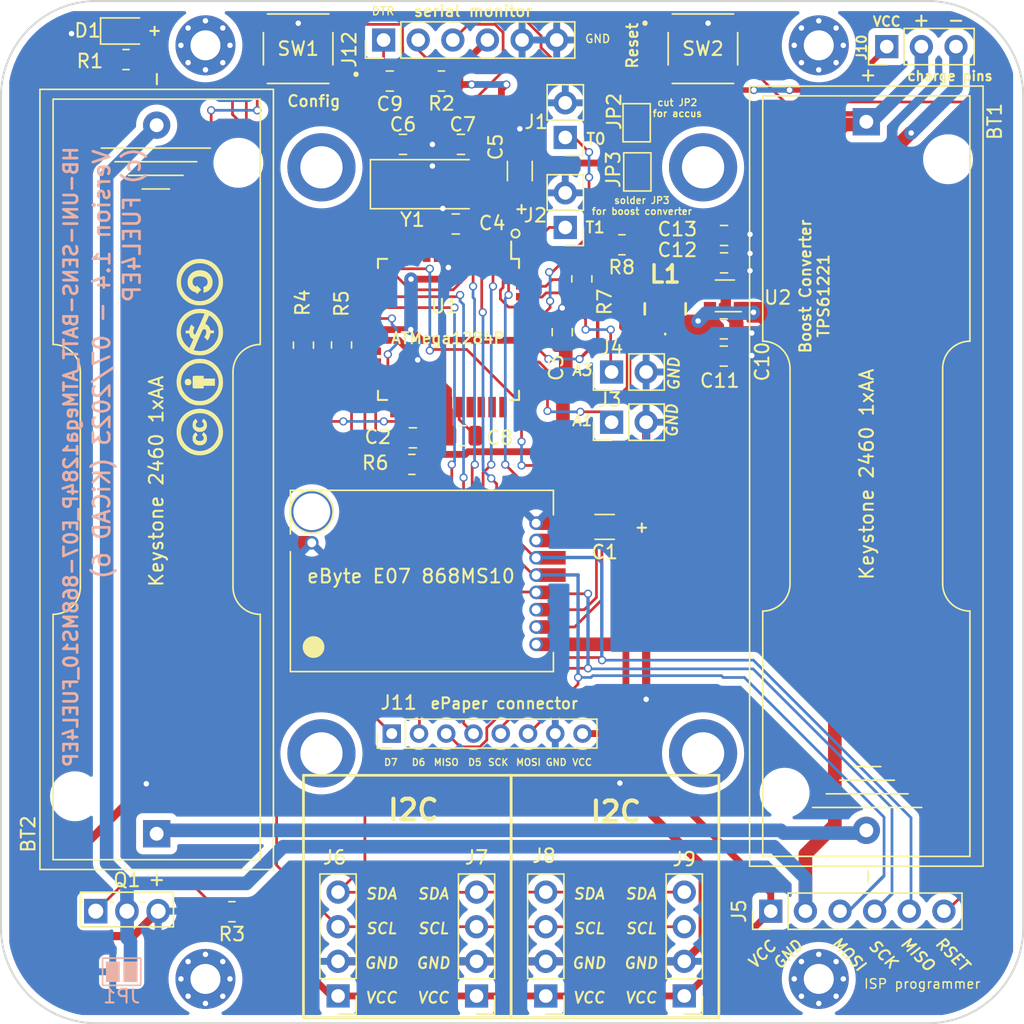
<source format=kicad_pcb>
(kicad_pcb (version 20211014) (generator pcbnew)
  (title_block (title "HB-UNI-SEN-BATT_ATMega1284P_E07-868MS10_FUEL4EP") (date "2023-08-15") (rev "1.4") (company "FUEL4EP"))
  (layers (0 "F.Cu" signal) (31 "B.Cu" signal) (34 "B.Paste" user) (35 "F.Paste" user) (36 "B.SilkS" user "B.Silkscreen") (37 "F.SilkS" user "F.Silkscreen") (38 "B.Mask" user) (39 "F.Mask" user) (44 "Edge.Cuts" user))
  (net 0 "")
  (net 1 "GND")
  (net 2 "Net-(D1-Pad2)")
  (net 3 "/SS")
  (net 4 "/D2")
  (net 5 "/SCL")
  (net 6 "/SDA")
  (net 7 "/A0")
  (net 8 "/A1")
  (net 9 "/A2")
  (net 10 "/A3")
  (net 11 "/MOSI")
  (net 12 "/SCK")
  (net 13 "/MISO")
  (net 14 "Net-(Q1-Pad1)")
  (net 15 "VCC")
  (net 17 "/minusBAT")
  (net 18 "/plusBAT")
  (net 20 "/D5")
  (net 21 "/D6")
  (net 22 "/D7")
  (net 23 "/CONFIG")
  (net 24 "Net-(C6-Pad1)")
  (net 25 "Net-(C7-Pad1)")
  (net 26 "Net-(C8-Pad1)")
  (net 27 "/DTR")
  (net 28 "/RSETB")
  (net 29 "/RXD0")
  (net 30 "/TXD0")
  (net 31 "Net-(R1-Pad1)")
  (net 44 "Net-(L1-Pad2)")
  (net 45 "/Vout")
  (net 46 "/VAVCC")
  (net 47 "/PB1_T1")
  (net 48 "/PB0_T0")
  (net 49 "/conBAT")
  (footprint "LED_SMD:LED_0805_2012Metric_Pad1.15x1.40mm_HandSolder" (layer "F.Cu") (at 9.1635 -72.7995)
    (fp_text reference "D1")
    (fp_text value "LED red 3mm")
  )
  (footprint "Connector_PinHeader_2.54mm:PinHeader_1x04_P2.54mm_Vertical" (layer "F.Cu") (at 34.89 -1.997 180)
    (fp_text reference "J7")
    (fp_text value "Conn_01x04")
  )
  (footprint "Connector_PinHeader_2.54mm:PinHeader_1x02_P2.54mm_Vertical" (layer "F.Cu") (at 44.796 -44.0975 90)
    (fp_text reference "J3")
    (fp_text value "Conn_01x02")
  )
  (footprint "Connector_PinHeader_2.54mm:PinHeader_1x02_P2.54mm_Vertical" (layer "F.Cu") (at 44.796 -47.7805 90)
    (fp_text reference "J4")
    (fp_text value "Conn_01x02")
  )
  (footprint "Connector_PinHeader_2.54mm:PinHeader_1x06_P2.54mm_Vertical" (layer "F.Cu") (at 56.48 -8.22 90)
    (fp_text reference "J5")
    (fp_text value "ISP Programmer")
  )
  (footprint "Capacitor_SMD:C_1206_3216Metric_Pad1.33x1.80mm_HandSolder" (layer "F.Cu") (at 44.288 -36.414 180)
    (fp_text reference "C1")
    (fp_text value "10uF")
  )
  (footprint "Resistor_SMD:R_0805_2012Metric_Pad1.20x1.40mm_HandSolder" (layer "F.Cu") (at 22.19 -49.749 -90)
    (fp_text reference "R4")
    (fp_text value "10K")
  )
  (footprint "Resistor_SMD:R_0805_2012Metric_Pad1.20x1.40mm_HandSolder" (layer "F.Cu") (at 24.984 -49.765 -90)
    (fp_text reference "R5")
    (fp_text value "10K")
  )
  (footprint "Resistor_SMD:R_0805_2012Metric_Pad1.20x1.40mm_HandSolder" (layer "F.Cu") (at 9.1725 -70.704)
    (fp_text reference "R1")
    (fp_text value "470")
  )
  (footprint "Resistor_SMD:R_0805_2012Metric_Pad1.20x1.40mm_HandSolder" (layer "F.Cu") (at 16.9416 -8.1819 180)
    (fp_text reference "R3")
    (fp_text value "100K")
  )
  (footprint "Package_TO_SOT_THT:TO-251-3_Vertical" (layer "F.Cu") (at 6.95 -8.22)
    (fp_text reference "Q1")
    (fp_text value "IRLU024N")
  )
  (footprint "Connector_PinHeader_2.54mm:PinHeader_1x03_P2.54mm_Vertical" (layer "F.Cu") (at 64.989 -71.6565 90)
    (fp_text reference "J10")
    (fp_text value "charge")
  )
  (footprint "FUEL4EP:SolderJumper-2_P1.3mm_Open_Pad1.0x1.5mm" (layer "F.Cu") (at 8.85 -3.775 180)
    (fp_text reference "JP1")
    (fp_text value "NO")
  )
  (footprint "FUEL4EP:eByte_E07-868MS10" (layer "F.Cu") (at 40.53 -25.8 180)
    (fp_text reference "Module1" hide)
    (fp_text value "E07-868MS10")
  )
  (footprint "Jumper:SolderJumper-2_P1.3mm_Bridged_Pad1.0x1.5mm" (layer "F.Cu") (at 46.6375 -66.0685 -90)
    (fp_text reference "JP2")
    (fp_text value "cut for accus" hide)
  )
  (footprint "Connector_PinHeader_2.54mm:PinHeader_1x04_P2.54mm_Vertical" (layer "F.Cu") (at 39.97 -1.997 180)
    (fp_text reference "J8")
    (fp_text value "Conn_01x04")
  )
  (footprint "FUEL4EP:MountingHole_2.2mm_M2_Pad_Via" (layer "F.Cu") (at 60 -71.75)
    (fp_text reference "H2" hide)
    (fp_text value "MountingHole")
  )
  (footprint "FUEL4EP:MountingHole_2.2mm_M2_Pad_Via" (layer "F.Cu") (at 60 -3.25)
    (fp_text reference "H4" hide)
    (fp_text value "MountingHole")
  )
  (footprint "FUEL4EP:MountingHole_2.2mm_M2_Pad_Via" (layer "F.Cu") (at 15 -71.75)
    (fp_text reference "H1" hide)
    (fp_text value "MountingHole")
  )
  (footprint "FUEL4EP:MountingHole_2.2mm_M2_Pad_Via" (layer "F.Cu") (at 15 -3.25)
    (fp_text reference "H3" hide)
    (fp_text value "MountingHole")
  )
  (footprint "FUEL4EP:BatteryHolder_Keystone_2460_1xAA" (layer "F.Cu") (at 11.42 -13.9 90)
    (fp_text reference "BT2")
    (fp_text value "AA")
  )
  (footprint "Capacitor_SMD:C_0805_2012Metric" (layer "F.Cu") (at 30.2189 -42.95 180)
    (fp_text reference "C2")
    (fp_text value "100n")
  )
  (footprint "Capacitor_SMD:C_0805_2012Metric" (layer "F.Cu") (at 33.366 -58.639 180)
    (fp_text reference "C4")
    (fp_text value "100n")
  )
  (footprint "Capacitor_SMD:C_0805_2012Metric" (layer "F.Cu") (at 29.4925 -64.481)
    (fp_text reference "C6")
    (fp_text value "22p")
  )
  (footprint "Capacitor_SMD:C_0805_2012Metric" (layer "F.Cu") (at 33.8511 -43.1069 180)
    (fp_text reference "C8")
    (fp_text value "100n")
  )
  (footprint "Connector_PinHeader_2.54mm:PinHeader_1x06_P2.54mm_Vertical" (layer "F.Cu") (at 28.0701 -72.1391 90)
    (fp_text reference "J12")
    (fp_text value "FTDI Debuger")
  )
  (footprint "Resistor_SMD:R_0805_2012Metric_Pad1.20x1.40mm_HandSolder" (layer "F.Cu") (at 32.3152 -69.1292 180)
    (fp_text reference "R2")
    (fp_text value "10k")
  )
  (footprint "Resistor_SMD:R_0805_2012Metric_Pad1.20x1.40mm_HandSolder" (layer "F.Cu") (at 30.1435 -41 180)
    (fp_text reference "R6")
    (fp_text value "22")
  )
  (footprint "FUEL4EP:Crystal_SMD_5032-2Pin_5.0x3.2mm_HandSoldering" (layer "F.Cu") (at 31.6515 -61.56)
    (fp_text reference "Y1")
    (fp_text value "8MHz")
  )
  (footprint "Capacitor_SMD:C_1206_3216Metric_Pad1.33x1.80mm_HandSolder" (layer "F.Cu") (at 38.065 -62.5248 90)
    (fp_text reference "C5")
    (fp_text value "10u")
  )
  (footprint "FUEL4EP:SW_TS-1187A-B-A-B" (layer "F.Cu") (at 51.5 -71.5)
    (fp_text reference "SW2")
    (fp_text value "Reset button")
  )
  (footprint "FUEL4EP:SW_TS-1187A-B-A-B" (layer "F.Cu") (at 21.8 -71.5 180)
    (fp_text reference "SW1")
    (fp_text value "Config button")
  )
  (footprint "FUEL4EP:BatteryHolder_Keystone_2460_1xAA" (layer "F.Cu") (at 63.49 -66.14 -90)
    (fp_text reference "BT1")
    (fp_text value "AA")
  )
  (footprint "FUEL4EP:CC-BY-ND-SA" (layer "F.Cu") (at 14.57 -48.86 90)
    (fp_text reference "LOGO1" hide)
    (fp_text value "Logo_Open_Hardware_Small" hide)
  )
  (footprint "FUEL4EP:PinPads_1x08_P2.00mm_Vertical" (layer "F.Cu") (at 28.667 -21.25 90)
    (fp_text reference "J11")
    (fp_text value "ePaper connector")
  )
  (footprint "Capacitor_SMD:C_0805_2012Metric" (layer "F.Cu") (at 53.03068 -48.94636)
    (fp_text reference "C11")
    (fp_text value "10u")
  )
  (footprint "Capacitor_SMD:C_0805_2012Metric" (layer "F.Cu") (at 53.051 -55.78912)
    (fp_text reference "C12")
    (fp_text value "10u")
  )
  (footprint "Capacitor_SMD:C_0805_2012Metric" (layer "F.Cu") (at 53.051 -57.79572)
    (fp_text reference "C13")
    (fp_text value "10u")
  )
  (footprint "Jumper:SolderJumper-2_P1.3mm_Open_Pad1.0x1.5mm" (layer "F.Cu") (at 46.6883 -62.4617 90)
    (fp_text reference "JP3")
    (fp_text value "step-up supply")
  )
  (footprint "FUEL4EP:FUEL4EP_Inductor_SMD_1" (layer "F.Cu") (at 48.733 -52.416 90)
    (fp_text reference "L1")
    (fp_text value "4.7u" hide)
  )
  (footprint "Package_TO_SOT_SMD:Texas_R-PDSO-G6" (layer "F.Cu") (at 53.1145 -53.3685 180)
    (fp_text reference "U2")
    (fp_text value "TPS61221DCK")
  )
  (footprint "Resistor_SMD:R_0805_2012Metric_Pad1.20x1.40mm_HandSolder" (layer "F.Cu") (at 45.558 -57.115 180)
    (fp_text reference "R8")
    (fp_text value "47k")
  )
  (footprint "Resistor_SMD:R_0805_2012Metric_Pad1.20x1.40mm_HandSolder" (layer "F.Cu") (at 42.61668 -54.61564 90)
    (fp_text reference "R7")
    (fp_text value "100k")
  )
  (footprint "Connector_PinHeader_2.54mm:PinHeader_1x02_P2.54mm_Vertical" (layer "F.Cu") (at 41.4 -64.989 180)
    (fp_text reference "J1")
    (fp_text value "Conn_01x02")
  )
  (footprint "Connector_PinHeader_2.54mm:PinHeader_1x04_P2.54mm_Vertical" (layer "F.Cu") (at 24.73 -2 180)
    (fp_text reference "J6")
    (fp_text value "Conn_01x04")
  )
  (footprint "Capacitor_SMD:C_0805_2012Metric" (layer "F.Cu") (at 53.03068 -50.9428)
    (fp_text reference "C10")
    (fp_text value "10u")
  )
  (footprint "Capacitor_SMD:C_0805_2012Metric" (layer "F.Cu") (at 28.5248 -69.1292 180)
    (fp_text reference "C9")
    (fp_text value "100n")
  )
  (footprint "Capacitor_SMD:C_0805_2012Metric" (layer "F.Cu") (at 33.747 -64.481 180)
    (fp_text reference "C7")
    (fp_text value "22p")
  )
  (footprint "Package_QFP:TQFP-44_10x10mm_P0.8mm" (layer "F.Cu") (at 32.8326 -50.9047 -90)
    (fp_text reference "U1")
    (fp_text value "ATmega1284P-AU")
  )
  (footprint "Capacitor_SMD:C_0805_2012Metric" (layer "F.Cu") (at 41.1765 -50.7015 90)
    (fp_text reference "C3")
    (fp_text value "100n")
  )
  (footprint "Connector_PinHeader_2.54mm:PinHeader_1x02_P2.54mm_Vertical" (layer "F.Cu") (at 41.4 -58.385 180)
    (fp_text reference "J2")
    (fp_text value "Conn_01x02")
  )
  (footprint "Connector_PinHeader_2.54mm:PinHeader_1x04_P2.54mm_Vertical" (layer "F.Cu") (at 50.13 -2 180)
    (fp_text reference "J9")
    (fp_text value "Conn_01x04")
  )
  (footprint "FUEL4EP:ePaper_MountingHole_M5" (layer "F.Cu") (at 23.5108 -62.8)
    (fp_text reference "H5" hide)
    (fp_text value "MountingHole")
  )
  (footprint "FUEL4EP:ePaper_MountingHole_M5" (layer "F.Cu") (at 23.5108 -19.8)
    (fp_text reference "H6" hide)
    (fp_text value "MountingHole")
  )
  (footprint "FUEL4EP:ePaper_MountingHole_M5" (layer "F.Cu") (at 51.5108 -62.8)
    (fp_text reference "H7" hide)
    (fp_text value "MountingHole")
  )
  (footprint "FUEL4EP:ePaper_MountingHole_M5" (layer "F.Cu") (at 51.5108 -19.8)
    (fp_text reference "H8" hide)
    (fp_text value "MountingHole")
  )
  (gr_line (start 37.43 -0.4095) (end 37.43 -18.1895) (layer "F.SilkS") (width 0.2))
  (gr_line (start 22.19 -0.4095) (end 37.43 -0.4095) (layer "F.SilkS") (width 0.2))
  (gr_line (start 22.19 -18.1895) (end 22.19 -0.4095) (layer "F.SilkS") (width 0.2))
  (gr_line (start 37.43 -18.1895) (end 22.19 -18.1895) (layer "F.SilkS") (width 0.2))
  (gr_line (start 37.43 -0.4095) (end 52.67 -0.4095) (layer "F.SilkS") (width 0.2))
  (gr_circle (center 37.7475 -57.9405) (end 38.0475 -57.9405) (layer "F.SilkS") (width 0.14) (fill none))
  (gr_line (start 37.43 -18.1895) (end 37.43 -0.4095) (layer "F.SilkS") (width 0.2))
  (gr_line (start 52.67 -0.4095) (end 52.67 -18.1895) (layer "F.SilkS") (width 0.2))
  (gr_line (start 52.67 -18.1895) (end 37.43 -18.1895) (layer "F.SilkS") (width 0.2))
  (gr_arc (start 75 -7) (mid 72.949747 -2.050253) (end 68 0) (layer "Edge.Cuts") (width 0.15))
  (gr_line (start 7 0) (end 68 0) (layer "Edge.Cuts") (width 0.15))
  (gr_line (start 23.25 -75) (end 41.5 -75) (layer "Edge.Cuts") (width 0.15))
  (gr_line (start 41.5 -75) (end 68 -75) (layer "Edge.Cuts") (width 0.15))
  (gr_arc (start 68 -75) (mid 72.949747 -72.949747) (end 75 -68) (layer "Edge.Cuts") (width 0.15))
  (gr_arc (start 7 0) (mid 2.050253 -2.050253) (end 0 -7) (layer "Edge.Cuts") (width 0.15))
  (gr_line (start 7 -75) (end 23 -75) (layer "Edge.Cuts") (width 0.15))
  (gr_arc (start 0 -68) (mid 2.050253 -72.949747) (end 7 -75) (layer "Edge.Cuts") (width 0.15))
  (gr_line (start 0 -68) (end 0 -7) (layer "Edge.Cuts") (width 0.15))
  (gr_line (start 75 -7) (end 75 -68) (layer "Edge.Cuts") (width 0.15))
  (gr_line (start 23 -75) (end 23.25 -75) (layer "Edge.Cuts") (width 0.15))
  (gr_text "Version 1.4 - 07/2023 (KiCAD 6)\n" (at 7.3945 -64.227 90) (layer "B.SilkS") (effects (font (size 1.2 1.2) (thickness 0.2)) (justify left mirror)))
  (gr_text "HB-UNI-SENS-BATT_ATMega1284P_E07-868MS10_FUEL4EP\n\n" (at 5.934 -64.4175 90) (layer "B.SilkS") (effects (font (size 1 1) (thickness 0.2)) (justify left mirror)))
  (gr_text "(c) FUEL4EP\n" (at 9.617 -64.354 90) (layer "B.SilkS") (effects (font (size 1.2 1.2) (thickness 0.2)) (justify left mirror)))
  (gr_text "VCC" (at 31.715 -1.87) (layer "F.SilkS") (effects (font (size 0.8 0.8) (thickness 0.15) italic)))
  (gr_text "GND" (at 31.715 -4.41) (layer "F.SilkS") (effects (font (size 0.8 0.8) (thickness 0.15) italic)))
  (gr_text "SCL" (at 31.715 -6.95) (layer "F.SilkS") (effects (font (size 0.8 0.8) (thickness 0.15) italic)))
  (gr_text "SDA" (at 31.715 -9.49) (layer "F.SilkS") (effects (font (size 0.8 0.8) (thickness 0.15) italic)))
  (gr_text "SDA" (at 43.145 -9.49) (layer "F.SilkS") (effects (font (size 0.8 0.8) (thickness 0.15) italic)))
  (gr_text "SCL" (at 43.145 -6.95) (layer "F.SilkS") (effects (font (size 0.8 0.8) (thickness 0.15) italic)))
  (gr_text "GND" (at 43.145 -4.41) (layer "F.SilkS") (effects (font (size 0.8 0.8) (thickness 0.15) italic)))
  (gr_text "solder JP3\nfor boost converter" (at 47.0185 -59.9725) (layer "F.SilkS") (effects (font (size 0.5 0.5) (thickness 0.1))))
  (gr_text "GND" (at 57.75 -5.045 45) (layer "F.SilkS") (effects (font (size 0.8 0.8) (thickness 0.15) italic)))
  (gr_text "MOSI" (at 38.7 -19.142) (layer "F.SilkS") (effects (font (size 0.5 0.5) (thickness 0.1))))
  (gr_text "VCC" (at 43.145 -1.87) (layer "F.SilkS") (effects (font (size 0.8 0.8) (thickness 0.15) italic)))
  (gr_text "SCK" (at 64.735 -5.045 315) (layer "F.SilkS") (effects (font (size 0.8 0.8) (thickness 0.15) italic)))
  (gr_text "Config\n" (at 22.952 -67.656) (layer "F.SilkS") (effects (font (size 0.8128 0.8128) (thickness 0.1524))))
  (gr_text "MISO" (at 67.275 -5.045 315) (layer "F.SilkS") (effects (font (size 0.8 0.8) (thickness 0.15) italic)))
  (gr_text "D5" (at 34.763 -19.142) (layer "F.SilkS") (effects (font (size 0.5 0.5) (thickness 0.1))))
  (gr_text "TPS61221" (at 60.3535 -53.3685 90) (layer "F.SilkS") (effects (font (size 0.8128 0.8128) (thickness 0.1524))))
  (gr_text "SCL" (at 27.905 -6.95) (layer "F.SilkS") (effects (font (size 0.8 0.8) (thickness 0.15) italic)))
  (gr_text "ATMega1284P" (at 32.7945 -50.257) (layer "F.SilkS") (effects (font (size 0.8128 0.8128) (thickness 0.1524))))
  (gr_text "VCC" (at 55.845 -5.045 45) (layer "F.SilkS") (effects (font (size 0.8 0.8) (thickness 0.15) italic)))
  (gr_text "SCL" (at 46.955 -6.95) (layer "F.SilkS") (effects (font (size 0.8 0.8) (thickness 0.15) italic)))
  (gr_text "VCC" (at 27.905 -1.87) (layer "F.SilkS") (effects (font (size 0.8 0.8) (thickness 0.15) italic)))
  (gr_text "I2C" (at 30.2545 -15.6495) (layer "F.SilkS") (effects (font (size 1.5 1.5) (thickness 0.3))))
  (gr_text "D7" (at 28.6035 -19.142) (layer "F.SilkS") (effects (font (size 0.5 0.5) (thickness 0.1))))
  (gr_text "GND" (at 40.732 -19.142) (layer "F.SilkS") (effects (font (size 0.5 0.5) (thickness 0.1))))
  (gr_text "SCK" (at 36.4775 -19.142) (layer "F.SilkS") (effects (font (size 0.5 0.5) (thickness 0.1))))
  (gr_text "GND" (at 27.905 -4.41) (layer "F.SilkS") (effects (font (size 0.8 0.8) (thickness 0.15) italic)))
  (gr_text "VCC" (at 42.637 -19.142) (layer "F.SilkS") (effects (font (size 0.5 0.5) (thickness 0.1))))
  (gr_text "T1\n" (at 43.5895 -58.385) (layer "F.SilkS") (effects (font (size 0.8128 0.8128) (thickness 0.1524))))
  (gr_text "SDA" (at 46.955 -9.49) (layer "F.SilkS") (effects (font (size 0.8 0.8) (thickness 0.15) italic)))
  (gr_text "DTR" (at 28.032 -74.26) (layer "F.SilkS") (effects (font (size 0.6 0.6) (thickness 0.1))))
  (gr_text "GND" (at 46.955 -4.41) (layer "F.SilkS") (effects (font (size 0.8 0.8) (thickness 0.15) italic)))
  (gr_text "VCC" (at 46.955 -1.87) (layer "F.SilkS") (effects (font (size 0.8 0.8) (thickness 0.15) italic)))
  (gr_text "Reset" (at 46.32 -71.72 90) (layer "F.SilkS") (effects (font (size 0.8128 0.8128) (thickness 0.1524))))
  (gr_text "GND" (at 49.368 -47.6535 90) (layer "F.SilkS") (effects (font (size 0.8 0.8) (thickness 0.15) italic)))
  (gr_text "VCC" (at 64.989 -73.498) (layer "F.SilkS") (effects (font (size 0.7 0.7))))
  (gr_text "+" (at 47.0185 -36.414) (layer "F.SilkS") (effects (font (size 0.8128 0.8128) (thickness 0.1524))))
  (gr_text "MOSI" (at 62.195 -5.045 315) (layer "F.SilkS") (effects (font (size 0.8 0.8) (thickness 0.15) italic)))
  (gr_text "charge pins" (at 69.6245 -69.4975) (layer "F.SilkS") (effects (font (size 0.7 0.7))))
  (gr_text "ePaper connector" (at 36.922 -23.46) (layer "F.SilkS") (effects (font (size 0.8128 0.8128) (thickness 0.1524))))
  (gr_text "ISP programmer" (at 67.5925 -2.886) (layer "F.SilkS") (effects (font (size 0.7 0.7) (thickness 0.1))))
  (gr_text "MISO" (at 32.6675 -19.142) (layer "F.SilkS") (effects (font (size 0.5 0.5) (thickness 0.1))))
  (gr_text "RSET" (at 69.815 -5.045 315) (layer "F.SilkS") (effects (font (size 0.8 0.8) (thickness 0.15) italic)))
  (gr_text "D6" (at 30.6355 -19.142) (layer "F.SilkS") (effects (font (size 0.5 0.5) (thickness 0.1))))
  (gr_text "A3" (at 42.637 -47.9075) (layer "F.SilkS") (effects (font (size 0.8 0.8) (thickness 0.15) italic)))
  (gr_text "-\n" (at 70.069 -73.625) (layer "F.SilkS") (effects (font (size 1 1))))
  (gr_text "A1" (at 42.637 -44.2245) (layer "F.SilkS") (effects (font (size 0.8 0.8) (thickness 0.15) italic)))
  (gr_text "serial monitor" (at 34.636 -74.26) (layer "F.SilkS") (effects (font (size 0.8128 0.8128) (thickness 0.1524))))
  (gr_text "cut JP2\nfor accus" (at 49.622 -67.148) (layer "F.SilkS") (effects (font (size 0.5 0.5) (thickness 0.1))))
  (gr_text "GND" (at 43.78 -72.228) (layer "F.SilkS") (effects (font (size 0.6 0.6) (thickness 0.1))))
  (gr_text "SDA" (at 27.905 -9.49) (layer "F.SilkS") (effects (font (size 0.8 0.8) (thickness 0.15) italic)))
  (gr_text "+\n" (at 67.529 -73.625) (layer "F.SilkS") (effects (font (size 1 1))))
  (gr_text "+" (at 38.192 -59.782) (layer "F.SilkS") (effects (font (size 0.8128 0.8128) (thickness 0.1524))))
  (gr_text "I2C" (at 45.1135 -15.5225) (layer "F.SilkS") (effects (font (size 1.5 1.5) (thickness 0.3))))
  (gr_text "+" (at 11.268 -72.863) (layer "F.SilkS") (effects (font (size 0.8128 0.8128) (thickness 0.1524))))
  (gr_text "GND" (at 49.241 -44.2245 90) (layer "F.SilkS") (effects (font (size 0.8 0.8) (thickness 0.15) italic)))
  (gr_text "T0\n\n" (at 43.653 -64.227) (layer "F.SilkS") (effects (font (size 0.8128 0.8128) (thickness 0.1524))))
  (gr_text "Boost Converter" (at 59.02 -54.067 90) (layer "F.SilkS") (effects (font (size 0.8128 0.8128) (thickness 0.1524))))
  (segment (start 54.448 -50.638) (end 54.194 -50.892) (width 0.5) (layer "F.Cu") (net 1))
  (segment (start 8.1385 -72.7995) (end 5.3625 -72.7995) (width 0.5) (layer "F.Cu") (net 1))
  (segment (start 55.083 -50.638) (end 54.448 -50.638) (width 0.5) (layer "F.Cu") (net 1))
  (segment (start 18.7963 -73.375) (end 21.813 -73.375) (width 0.5) (layer "F.Cu") (net 1))
  (segment (start 30.56315 -48.67835) (end 30.572 -48.6695) (width 0.5) (layer "F.Cu") (net 1))
  (segment (start 32.8326 -46.4547) (end 30.56315 -48.72415) (width 0.5) (layer "F.Cu") (net 1))
  (segment (start 54.5 -73.375) (end 51.8786 -73.375) (width 0.5) (layer "F.Cu") (net 1))
  (segment (start 38.065 -64.0873) (end 38.065 -65.624) (width 0.5) (layer "F.Cu") (net 1))
  (segment (start 32.8326 -45.2047) (end 32.8326 -46.4547) (width 0.5) (layer "F.Cu") (net 1))
  (segment (start 24.73 -4.54) (end 34.887 -4.54) (width 0.6) (layer "F.Cu") (net 1))
  (segment (start 30.56315 -48.72415) (end 30.56315 -48.67835) (width 0.5) (layer "F.Cu") (net 1))
  (segment (start 40.5542 -50.9047) (end 41.1765 -51.527) (width 0.5) (layer "F.Cu") (net 1))
  (segment (start 51.48 -5.89) (end 51.48 -11.5436) (width 0.6) (layer "F.Cu") (net 1))
  (segment (start 54.001 -55.78912) (end 54.001 -54.26) (width 0.5) (layer "F.Cu") (net 1))
  (segment (start 54.956 -57.877) (end 53.94 -57.877) (width 0.5) (layer "F.Cu") (net 1))
  (segment (start 31.588 -64.481) (end 31.6515 -64.481) (width 0.5) (layer "F.Cu") (net 1))
  (segment (start 30.56315 -48.72415) (end 29.1826 -50.1047) (width 0.5) (layer "F.Cu") (net 1))
  (segment (start 32.8326 -56.6047) (end 32.8326 -58.2199) (width 0.5) (layer "F.Cu") (net 1))
  (segment (start 5.3625 -72.7995) (end 5.172 -72.609) (width 0.5) (layer "F.Cu") (net 1))
  (segment (start 54.001 -57.79572) (end 54.001 -55.784) (width 0.5) (layer "F.Cu") (net 1))
  (segment (start 29.1826 -50.1047) (end 27.1326 -50.1047) (width 0.5) (layer "F.Cu") (net 1))
  (segment (start 11.53 -8.22) (end 9.7012 -6.3912) (width 0.6) (layer "F.Cu") (net 1))
  (segment (start 54.23228 -54.02104) (end 53.58228 -54.02104) (width 0.2) (layer "F.Cu") (net 1))
  (segment (start 34.89 -4.537) (end 39.97 -4.537) (width 0.6) (layer "F.Cu") (net 1))
  (segment (start 54.956 -56.48) (end 54.321 -55.845) (width 0.5) (layer "F.Cu") (net 1))
  (segment (start 51.48 -11.5436) (end 45.4056 -17.618) (width 0.6) (layer "F.Cu") (net 1))
  (segment (start 53.58228 -54.02104) (end 52.924 -53.36276) (width 0.2) (layer "F.Cu") (net 1))
  (segment (start 31.6515 -64.481) (end 31.6515 -62.8935) (width 0.5) (layer "F.Cu") (net 1))
  (segment (start 31.588 -64.481) (end 32.7945 -64.481) (width 0.5) (layer "F.Cu") (net 1))
  (segment (start 38.5326 -50.9047) (end 40.5542 -50.9047) (width 0.5) (layer "F.Cu") (net 1))
  (segment (start 55.083 -48.987) (end 54.067 -48.987) (width 0.5) (layer "F.Cu") (net 1))
  (segment (start 4.5116 -6.3912) (end 4.5116 -11.4204) (width 0.6) (layer "F.Cu") (net 1))
  (segment (start 21.813 -73.375) (end 21.809 -73.371) (width 0.5) (layer "F.Cu") (net 1))
  (segment (start 32.8326 -56.6047) (end 32.8326 -55.457876) (width 0.5) (layer "F.Cu") (net 1))
  (segment (start 52.924 -52.035) (end 54.067 -50.892) (width 0.2) (layer "F.Cu") (net 1))
  (segment (start 4.5116 -11.4204) (end 10.6584 -17.5672) (width 0.6) (layer "F.Cu") (net 1))
  (segment (start 54.956 -55.21) (end 54.321 -55.845) (width 0.5) (layer "F.Cu") (net 1))
  (segment (start 40.345 -36.69) (end 42.7928 -36.69) (width 1) (layer "F.Cu") (net 1))
  (segment (start 51.8786 -73.375) (end 48.4322 -73.375) (width 0.5) (layer "F.Cu") (net 1))
  (segment (start 30.4425 -64.481) (end 31.588 -64.481) (width 0.5) (layer "F.Cu") (net 1))
  (segment (start 52.924 -53.36276) (end 52.924 -52.035) (width 0.2) (layer "F.Cu") (net 1))
  (segment (start 47.336 -44.0975) (end 47.336 -23.7648) (width 0.6) (layer "F.Cu") (net 1))
  (segment (start 41.1765 -51.6515) (end 41.1765 -52.4795) (width 0.5) (layer "F.Cu") (net 1))
  (segment (start 39.97 -4.537) (end 50.127 -4.537) (width 0.6) (layer "F.Cu") (net 1))
  (segment (start 50.127 -4.537) (end 50.13 -4.54) (width 0.6) (layer "F.Cu") (net 1))
  (segment (start 32.9011 -43.1069) (end 32.9011 -45.0069) (width 0.5) (layer "F.Cu") (net 1))
  (segment (start 32.416 -58.639) (end 32.416 -59.7795) (width 0.5) (layer "F.Cu") (net 1))
  (segment (start 50.13 -4.54) (end 51.48 -5.89) (width 0.6) (layer "F.Cu") (net 1))
  (segment (start 32.9011 -43.1069) (end 31.3594 -43.1069) (width 0.5) (layer "F.Cu") (net 1))
  (segment (start 21.813 -73.375) (end 24.853 -73.375) (width 0.5) (layer "F.Cu") (net 1))
  (segment (start 9.7012 -6.3912) (end 4.5116 -6.3912) (width 0.6) (layer "F.Cu") (net 1))
  (segment (start 54.2702 -50.8412) (end 54.33116 -50.78024) (width 0.4) (layer "F.Cu") (net 1))
  (segment (start 34.887 -4.54) (end 34.89 -4.537) (width 0.6) (layer "F.Cu") (net 1))
  (segment (start 32.8326 -55.457876) (end 32.822962 -55.448238) (width 0.5) (layer "F.Cu") (net 1))
  (segment (start 32.8326 -58.2199) (end 32.477 -58.5755) (width 0.5) (layer "F.Cu") (net 1))
  (via (at 54.956 -55.21) (size 1) (drill 0.4) (layers "F.Cu" "B.Cu") (net 1))
  (via (at 47.336 -23.7648) (size 0.8) (drill 0.4) (layers "F.Cu" "B.Cu") (net 1))
  (via (at 41.1765 -52.4795) (size 0.6) (drill 0.4) (layers "F.Cu" "B.Cu") (net 1))
  (via (at 30.572 -48.6695) (size 0.6) (drill 0.4) (layers "F.Cu" "B.Cu") (net 1))
  (via (at 32.822962 -55.448238) (size 0.6) (drill 0.4) (layers "F.Cu" "B.Cu") (net 1))
  (via (at 55.083 -48.987) (size 1) (drill 0.4) (layers "F.Cu" "B.Cu") (net 1))
  (via (at 55.083 -50.638) (size 1) (drill 0.4) (layers "F.Cu" "B.Cu") (net 1))
  (via (at 10.6584 -17.5672) (size 0.8) (drill 0.4) (layers "F.Cu" "B.Cu") (net 1))
  (via (at 45.4056 -17.618) (size 0.8) (drill 0.4) (layers "F.Cu" "B.Cu") (net 1))
  (via (at 31.6515 -62.8935) (size 0.6) (drill 0.4) (layers "F.Cu" "B.Cu") (net 1))
  (via (at 5.172 -72.609) (size 0.6) (drill 0.4) (layers "F.Cu" "B.Cu") (net 1))
  (via (at 54.956 -56.48) (size 1) (drill 0.4) (layers "F.Cu" "B.Cu") (net 1))
  (via (at 32.416 -59.7795) (size 0.6) (drill 0.4) (layers "F.Cu" "B.Cu") (net 1))
  (via (at 51.8786 -73.375) (size 0.6) (drill 0.4) (layers "F.Cu" "B.Cu") (net 1))
  (via (at 31.6515 -64.481) (size 0.6) (drill 0.4) (layers "F.Cu" "B.Cu") (net 1))
  (via (at 21.809 -73.371) (size 0.6) (drill 0.4) (layers "F.Cu" "B.Cu") (net 1))
  (via (at 38.065 -65.624) (size 0.6) (drill 0.4) (layers "F.Cu" "B.Cu") (net 1))
  (via (at 54.956 -57.877) (size 1) (drill 0.4) (layers "F.Cu" "B.Cu") (net 1))
  (segment (start 10.1885 -72.7995) (end 10.1885 -70.831) (width 0.2) (layer "F.Cu") (net 2))
  (segment (start 42.470334 -38.5095) (end 39.474506 -38.5095) (width 0.2) (layer "F.Cu") (net 3))
  (segment (start 39.474506 -38.5095) (end 36.998006 -40.986) (width 0.2) (layer "F.Cu") (net 3))
  (segment (start 37.2395 -54.5616) (end 37.2395 -53.432) (width 0.2) (layer "F.Cu") (net 3))
  (segment (start 42.788002 -30.34) (end 43.68801 -31.240008) (width 0.2) (layer "F.Cu") (net 3))
  (segment (start 38.5326 -54.9047) (end 37.5826 -54.9047) (width 0.2) (layer "F.Cu") (net 3))
  (segment (start 37.5826 -54.9047) (end 37.2395 -54.5616) (width 0.2) (layer "F.Cu") (net 3))
  (segment (start 39.26 -30.34) (end 42.788002 -30.34) (width 0.2) (layer "F.Cu") (net 3))
  (segment (start 43.68801 -37.291824) (end 42.470334 -38.5095) (width 0.2) (layer "F.Cu") (net 3))
  (segment (start 43.68801 -31.240008) (end 43.68801 -37.291824) (width 0.2) (layer "F.Cu") (net 3))
  (via (at 37.2395 -53.432) (size 0.6) (drill 0.4) (layers "F.Cu" "B.Cu") (net 3))
  (via (at 36.998006 -40.986) (size 0.6) (drill 0.4) (layers "F.Cu" "B.Cu") (net 3))
  (segment (start 36.998006 -53.190506) (end 37.2395 -53.432) (width 0.2) (layer "B.Cu") (net 3))
  (segment (start 36.998006 -40.986) (end 36.998006 -53.190506) (width 0.2) (layer "B.Cu") (net 3))
  (segment (start 38.192 -42.68189) (end 38.192 -45.410302) (width 0.2) (layer "F.Cu") (net 4))
  (segment (start 29.3176 -55.354698) (end 28.8575 -55.814798) (width 0.2) (layer "F.Cu") (net 4))
  (segment (start 44.08802 -37.457513) (end 40.623033 -40.9225) (width 0.2) (layer "F.Cu") (net 4))
  (segment (start 42.0837 -29.07) (end 44.08802 -31.074319) (width 0.2) (layer "F.Cu") (net 4))
  (segment (start 38.192 -45.410302) (end 34.170802 -49.4315) (width 0.2) (layer "F.Cu") (net 4))
  (segment (start 40.345 -29.07) (end 42.0837 -29.07) (width 0.2) (layer "F.Cu") (net 4))
  (segment (start 44.08802 -31.074319) (end 44.08802 -37.457513) (width 0.2) (layer "F.Cu") (net 4))
  (segment (start 28.8575 -55.814798) (end 28.8575 -56.607) (width 0.2) (layer "F.Cu") (net 4))
  (segment (start 31.461 -49.4315) (end 31.461 -49.3547) (width 0.2) (layer "F.Cu") (net 4))
  (segment (start 34.170802 -49.4315) (end 31.461 -49.4315) (width 0.2) (layer "F.Cu") (net 4))
  (segment (start 31.461 -55.354698) (end 29.3176 -55.354698) (width 0.2) (layer "F.Cu") (net 4))
  (segment (start 40.623033 -40.9225) (end 38.192 -40.9225) (width 0.2) (layer "F.Cu") (net 4))
  (via (at 31.461 -55.354698) (size 0.6) (drill 0.4) (layers "F.Cu" "B.Cu") (net 4))
  (via (at 38.192 -40.9225) (size 0.6) (drill 0.4) (layers "F.Cu" "B.Cu") (net 4))
  (via (at 31.461 -49.3547) (size 0.6) (drill 0.4) (layers "F.Cu" "B.Cu") (net 4))
  (via (at 38.192 -42.68189) (size 0.6) (drill 0.4) (layers "F.Cu" "B.Cu") (net 4))
  (segment (start 31.461 -49.3547) (end 31.461 -55.354698) (width 0.2) (layer "B.Cu") (net 4))
  (segment (start 38.192 -40.9225) (end 38.192 -42.68189) (width 0.2) (layer "B.Cu") (net 4))
  (segment (start 23.12201 -49.66501) (end 22.19 -48.733) (width 0.2) (layer "F.Cu") (net 5))
  (segment (start 22.063 -48.86) (end 25.717302 -45.205698) (width 0.2) (layer "F.Cu") (net 5))
  (segment (start 25.661824 -49.66501) (end 23.12201 -49.66501) (width 0.2) (layer "F.Cu") (net 5))
  (segment (start 20.2215 -11.5885) (end 24.73 -7.08) (width 0.2) (layer "F.Cu") (net 5))
  (segment (start 20.2215 -23.554702) (end 20.2215 -11.5885) (width 0.2) (layer "F.Cu") (net 5))
  (segment (start 24.73 -7.08) (end 34.887 -7.08) (width 0.2) (layer "F.Cu") (net 5))
  (segment (start 25.717302 -29.050504) (end 20.2215 -23.554702) (width 0.2) (layer "F.Cu") (net 5))
  (segment (start 27.1326 -49.3047) (end 26.022134 -49.3047) (width 0.2) (layer "F.Cu") (net 5))
  (segment (start 25.717302 -45.205698) (end 25.717302 -29.050504) (width 0.2) (layer "F.Cu") (net 5))
  (segment (start 26.022134 -49.3047) (end 25.661824 -49.66501) (width 0.2) (layer "F.Cu") (net 5))
  (segment (start 34.89 -7.077) (end 50.13 -7.077) (width 0.2) (layer "F.Cu") (net 5))
  (segment (start 27.1326 -48.5047) (end 25.2123 -48.5047) (width 0.2) (layer "F.Cu") (net 6))
  (segment (start 24.1077 -9.6043) (end 35.5123 -9.6043) (width 0.2) (layer "F.Cu") (net 6))
  (segment (start 40.097 -9.617) (end 50.003 -9.617) (width 0.2) (layer "F.Cu") (net 6))
  (segment (start 26.6985 -11.5885) (end 24.73 -9.62) (width 0.2) (layer "F.Cu") (net 6))
  (segment (start 24.984 -48.733) (end 24.984 -47.488298) (width 0.2) (layer "F.Cu") (net 6))
  (segment (start 34.89 -9.617) (end 40.097 -9.617) (width 0.2) (layer "F.Cu") (net 6))
  (segment (start 24.984 -47.488298) (end 26.6985 -45.773798) (width 0.2) (layer "F.Cu") (net 6))
  (segment (start 26.6985 -45.773798) (end 26.6985 -11.5885) (width 0.2) (layer "F.Cu") (net 6))
  (segment (start 43.78 -50.0665) (end 42.4465 -48.733) (width 0.25) (layer "F.Cu") (net 7))
  (segment (start 44.558 -55.55696) (end 42.61668 -53.61564) (width 0.25) (layer "F.Cu") (net 7))
  (segment (start 43.78 -52.45232) (end 43.78 -50.0665) (width 0.25) (layer "F.Cu") (net 7))
  (segment (start 42.61668 -53.61564) (end 43.78 -52.45232) (width 0.25) (layer "F.Cu") (net 7))
  (segment (start 44.558 -57.115) (end 44.558 -55.55696) (width 0.25) (layer "F.Cu") (net 7))
  (segment (start 39.5888 -49.3047) (end 38.5326 -49.3047) (width 0.2) (layer "F.Cu") (net 7))
  (segment (start 39.5888 -49.3047) (end 40.1605 -48.733) (width 0.2) (layer "F.Cu") (net 7))
  (via (at 42.4465 -48.733) (size 0.6) (drill 0.4) (layers "F.Cu" "B.Cu") (net 7))
  (via (at 40.1605 -48.733) (size 0.6) (drill 0.4) (layers "F.Cu" "B.Cu") (net 7))
  (segment (start 42.4465 -48.733) (end 40.1605 -48.733) (width 0.2) (layer "B.Cu") (net 7))
  (segment (start 44.034 -44.8595) (end 44.669 -44.2245) (width 0.2) (layer "F.Cu") (net 8))
  (segment (start 42.510004 -44.8595) (end 44.034 -44.8595) (width 0.2) (layer "F.Cu") (net 8))
  (segment (start 38.5326 -48.5047) (end 39.4826 -48.5047) (width 0.2) (layer "F.Cu") (net 8))
  (segment (start 40.097 -47.8903) (end 40.097 -44.922998) (width 0.2) (layer "F.Cu") (net 8))
  (segment (start 39.4826 -48.5047) (end 40.097 -47.8903) (width 0.2) (layer "F.Cu") (net 8))
  (via (at 42.510004 -44.8595) (size 0.6) (drill 0.4) (layers "F.Cu" "B.Cu") (net 8))
  (via (at 40.097 -44.922998) (size 0.6) (drill 0.4) (layers "F.Cu" "B.Cu") (net 8))
  (segment (start 42.510004 -44.8595) (end 40.160498 -44.8595) (width 0.2) (layer "B.Cu") (net 8))
  (segment (start 40.160498 -44.8595) (end 40.097 -44.922998) (width 0.2) (layer "B.Cu") (net 8))
  (segment (start 39.97 -54.067) (end 38.5095 -54.067) (width 0.2) (layer "F.Cu") (net 9))
  (segment (start 40.462 -54.559) (end 39.97 -54.067) (width 0.2) (layer "F.Cu") (net 9))
  (segment (start 41.732 -54.559) (end 42.8275 -55.6545) (width 0.2) (layer "F.Cu") (net 9))
  (segment (start 41.732 -54.559) (end 40.462 -54.559) (width 0.2) (layer "F.Cu") (net 9))
  (segment (start 42.891 -51.653002) (end 42.891 -50.892) (width 0.2) (layer "F.Cu") (net 10))
  (segment (start 40.956501 -53.587501) (end 42.891 -51.653002) (width 0.2) (layer "F.Cu") (net 10))
  (segment (start 39.691598 -53.2796) (end 39.999499 -53.587501) (width 0.2) (layer "F.Cu") (net 10))
  (segment (start 38.5476 -53.2796) (end 39.691598 -53.2796) (width 0.2) (layer "F.Cu") (net 10))
  (segment (start 44.7325 -50.892) (end 44.7325 -47.9075) (width 0.2) (layer "F.Cu") (net 10))
  (segment (start 39.999499 -53.587501) (end 40.956501 -53.587501) (width 0.2) (layer "F.Cu") (net 10))
  (via (at 44.7325 -50.892) (size 0.6) (drill 0.4) (layers "F.Cu" "B.Cu") (net 10))
  (via (at 42.891 -50.892) (size 0.6) (drill 0.4) (layers "F.Cu" "B.Cu") (net 10))
  (segment (start 44.7325 -50.892) (end 42.891 -50.892) (width 0.2) (layer "B.Cu") (net 10))
  (segment (start 42.34 -24.8775) (end 38.6365 -21.174) (width 0.2) (layer "F.Cu") (net 11))
  (segment (start 36.8326 -55.593298) (end 36.0965 -54.857198) (width 0.2) (layer "F.Cu") (net 11))
  (segment (start 35.369499 -36.570501) (end 35.369499 -40.385999) (width 0.2) (layer "F.Cu") (net 11))
  (segment (start 42.34 -25.37) (end 42.34 -24.8775) (width 0.2) (layer "F.Cu") (net 11))
  (segment (start 39.06 -32.88) (end 35.369499 -36.570501) (width 0.2) (layer "F.Cu") (net 11))
  (segment (start 40.345 -32.88) (end 39.06 -32.88) (width 0.2) (layer "F.Cu") (net 11))
  (segment (start 36.8326 -56.6047) (end 36.8326 -55.593298) (width 0.2) (layer "F.Cu") (net 11))
  (segment (start 36.0965 -54.857198) (end 36.0965 -54.067) (width 0.2) (layer "F.Cu") (net 11))
  (segment (start 35.369499 -40.385999) (end 35.9695 -40.986) (width 0.2) (layer "F.Cu") (net 11))
  (via (at 42.34 -25.37) (size 0.6) (drill 0.4) (layers "F.Cu" "B.Cu") (net 11))
  (via (at 35.9695 -40.986) (size 0.6) (drill 0.4) (layers "F.Cu" "B.Cu") (net 11))
  (via (at 36.0965 -54.067) (size 0.6) (drill 0.4) (layers "F.Cu" "B.Cu") (net 11))
  (segment (start 64.790001 -10.815001) (end 64.790001 -15.116053) (width 0.2) (layer "B.Cu") (net 11))
  (segment (start 52.989802 -25.365) (end 52.854801 -25.500001) (width 0.2) (layer "B.Cu") (net 11))
  (segment (start 52.854801 -25.500001) (end 43.418003 -25.500001) (width 0.2) (layer "B.Cu") (net 11))
  (segment (start 62.195 -8.22) (end 64.608 -10.633) (width 0.25) (layer "B.Cu") (net 11))
  (segment (start 42.34 -25.37) (end 42.34 -32.89) (width 0.25) (layer "B.Cu") (net 11))
  (segment (start 43.418003 -25.500001) (end 43.288002 -25.37) (width 0.2) (layer "B.Cu") (net 11))
  (segment (start 35.9695 -53.94) (end 36.0965 -54.067) (width 0.2) (layer "B.Cu") (net 11))
  (segment (start 43.288002 -25.37) (end 42.34 -25.37) (width 0.2) (layer "B.Cu") (net 11))
  (segment (start 64.608 -10.633) (end 64.735 -10.76) (width 0.25) (layer "B.Cu") (net 11))
  (segment (start 54.541054 -25.365) (end 52.989802 -25.365) (width 0.2) (layer "B.Cu") (net 11))
  (segment (start 64.608 -10.633) (end 64.790001 -10.815001) (width 0.2) (layer "B.Cu") (net 11))
  (segment (start 42.34 -32.89) (end 39.22 -32.89) (width 0.25) (layer "B.Cu") (net 11))
  (segment (start 35.9695 -40.986) (end 35.9695 -53.94) (width 0.2) (layer "B.Cu") (net 11))
  (segment (start 64.790001 -15.116053) (end 54.541054 -25.365) (width 0.2) (layer "B.Cu") (net 11))
  (segment (start 43.07 -26.04) (end 41.026 -26.04) (width 0.2) (layer "F.Cu") (net 12))
  (segment (start 35.144 -55.751098) (end 35.144 -56.353) (width 0.2) (layer "F.Cu") (net 12))
  (segment (start 41.026 -26.04) (end 36.668 -21.682) (width 0.2) (layer "F.Cu") (net 12))
  (segment (start 34.5725 -31.9055) (end 34.5725 -40.986) (width 0.2) (layer "F.Cu") (net 12))
  (segment (start 39.2588 -31.6388) (end 34.8392 -31.6388) (width 0.2) (layer "F.Cu") (net 12))
  (segment (start 34.636 -55.243098) (end 34.636 -54.067) (width 0.2) (layer "F.Cu") (net 12))
  (segment (start 34.636 -55.243098) (end 35.144 -55.751098) (width 0.2) (layer "F.Cu") (net 12))
  (segment (start 43.07 -31.51) (end 40.302 -31.51) (width 0.2) (layer "F.Cu") (net 12))
  (segment (start 34.8392 -31.6388) (end 34.5725 -31.9055) (width 0.2) (layer "F.Cu") (net 12))
  (via (at 43.07 -26.04) (size 0.6) (drill 0.4) (layers "F.Cu" "B.Cu") (net 12))
  (via (at 34.763 -40.986) (size 0.6) (drill 0.4) (layers "F.Cu" "B.Cu") (net 12))
  (via (at 34.636 -54.067) (size 0.6) (drill 0.4) (layers "F.Cu" "B.Cu") (net 12))
  (via (at 43.07 -31.51) (size 0.6) (drill 0.4) (layers "F.Cu" "B.Cu") (net 12))
  (segment (start 34.636 -54.067) (end 34.636 -53.2415) (width 0.2) (layer "B.Cu") (net 12))
  (segment (start 55.176054 -26) (end 43.11 -26) (width 0.2) (layer "B.Cu") (net 12))
  (segment (start 34.745499 -41.003501) (end 34.763 -40.986) (width 0.2) (layer "B.Cu") (net 12))
  (segment (start 43.07 -31.51) (end 43.07 -26.04) (width 0.25) (layer "B.Cu") (net 12))
  (segment (start 34.745499 -53.132001) (end 34.745499 -41.003501) (width 0.2) (layer "B.Cu") (net 12))
  (segment (start 65.37 -9.49) (end 64.1 -8.22) (width 0.25) (layer "B.Cu") (net 12))
  (segment (start 65.37 -15.806054) (end 55.176054 -26) (width 0.2) (layer "B.Cu") (net 12))
  (segment (start 34.636 -53.2415) (end 34.745499 -53.132001) (width 0.2) (layer "B.Cu") (net 12))
  (segment (start 43.11 -26) (end 43.07 -26.04) (width 0.2) (layer "B.Cu") (net 12))
  (segment (start 65.37 -9.49) (end 65.37 -15.806054) (width 0.2) (layer "B.Cu") (net 12))
  (segment (start 35.271 -52.162) (end 35.345499 -52.162) (width 0.2) (layer "F.Cu") (net 13))
  (segment (start 35.642001 -21.668003) (end 35.642001 -20.781999) (width 0.2) (layer "F.Cu") (net 13))
  (segment (start 40.803998 -26.83) (end 35.642001 -21.668003) (width 0.2) (layer "F.Cu") (net 13))
  (segment (start 36.3632 -39.5763) (end 35.9695 -39.97) (width 0.2) (layer "F.Cu") (net 13))
  (segment (start 33.693501 -20.274999) (end 32.731 -21.2375) (width 0.2) (layer "F.Cu") (net 13))
  (segment (start 36.3632 -36.9728) (end 39.208 -34.128) (width 0.2) (layer "F.Cu") (net 13))
  (segment (start 44.08 -26.83) (end 40.803998 -26.83) (width 0.2) (layer "F.Cu") (net 13))
  (segment (start 36.3632 -36.9728) (end 36.3632 -39.5763) (width 0.2) (layer "F.Cu") (net 13))
  (segment (start 35.642001 -20.781999) (end 35.135001 -20.274999) (width 0.2) (layer "F.Cu") (net 13))
  (segment (start 35.135001 -20.274999) (end 33.693501 -20.274999) (width 0.2) (layer "F.Cu") (net 13))
  (segment (start 35.271 -55.078098) (end 35.271 -52.162) (width 0.2) (layer "F.Cu") (net 13))
  (segment (start 36.16 -55.967098) (end 35.271 -55.078098) (width 0.2) (layer "F.Cu") (net 13))
  (via (at 35.9695 -39.97) (size 0.6) (drill 0.4) (layers "F.Cu" "B.Cu") (net 13))
  (via (at 44.0975 -26.635) (size 0.6) (drill 0.4) (layers "F.Cu" "B.Cu") (net 13))
  (via (at 35.345499 -52.162) (size 0.6) (drill 0.4) (layers "F.Cu" "B.Cu") (net 13))
  (segment (start 35.363001 -41.274001) (end 35.369499 -41.267503) (width 0.2) (layer "B.Cu") (net 13))
  (segment (start 66.767 -15.078) (end 66.767 -8.347) (width 0.2) (layer "B.Cu") (net 13))
  (segment (start 43.7 -34.17) (end 39.28 -34.17) (width 0.25) (layer "B.Cu") (net 13))
  (segment (start 44.08 -26.83) (end 44.08 -33.79) (width 0.25) (layer "B.Cu") (net 13))
  (segment (start 35.363001 -52.144498) (end 35.363001 -41.274001) (width 0.2) (layer "B.Cu") (net 13))
  (segment (start 44.08 -33.79) (end 43.7 -34.17) (width 0.25) (layer "B.Cu") (net 13))
  (segment (start 35.345499 -52.162) (end 35.363001 -52.144498) (width 0.2) (layer "B.Cu") (net 13))
  (segment (start 35.369499 -41.267503) (end 35.369499 -40.570001) (width 0.2) (layer "B.Cu") (net 13))
  (segment (start 35.369499 -40.570001) (end 35.9695 -39.97) (width 0.2) (layer "B.Cu") (net 13))
  (segment (start 55.21 -26.635) (end 44.275 -26.635) (width 0.2) (layer "B.Cu") (net 13))
  (segment (start 55.21 -26.635) (end 66.767 -15.078) (width 0.2) (layer "B.Cu") (net 13))
  (segment (start 44.275 -26.635) (end 44.08 -26.83) (width 0.2) (layer "B.Cu") (net 13))
  (segment (start 14.0874 -10.125) (end 8.8677 -10.125) (width 0.2) (layer "F.Cu") (net 14))
  (segment (start 15.9416 -8.2708) (end 14.0874 -10.125) (width 0.2) (layer "F.Cu") (net 14))
  (segment (start 8.8677 -10.125) (end 6.8865 -8.1438) (width 0.2) (layer "F.Cu") (net 14))
  (segment (start 64.989 -71.593) (end 61.8648 -68.4688) (width 0.4) (layer "F.Cu") (net 15))
  (segment (start 45.8475 -27.8) (end 45.8505 -27.803) (width 0.5) (layer "F.Cu") (net 15))
  (segment (start 38.065 -60.9623) (end 38.065 -61.992602) (width 0.5) (layer "F.Cu") (net 15))
  (segment (start 34.261144 -41.93189) (end 40.97939 -41.93189) (width 0.5) (layer "F.Cu") (net 15))
  (segment (start 44.8872 -63.1117) (end 39.6421 -63.1117) (width 0.5) (layer "F.Cu") (net 15))
  (segment (start 40.8843 -50.1047) (end 41.1765 -49.8125) (width 0.5) (layer "F.Cu") (net 15))
  (segment (start 42.667 -21.25) (end 45.6975 -21.25) (width 0.5) (layer "F.Cu") (net 15))
  (segment (start 33.366 -69.815) (end 33.366 -69.18) (width 0.5) (layer "F.Cu") (net 15))
  (segment (start 33.110044 -54.593364) (end 33.023366 -54.593364) (width 0.4) (layer "F.Cu") (net 15))
  (segment (start 38.5326 -50.1047) (end 40.8843 -50.1047) (width 0.5) (layer "F.Cu") (net 15))
  (segment (start 41.228004 -46.130204) (end 45.565706 -46.130204) (width 0.4) (layer "F.Cu") (net 15))
  (segment (start 41.228004 -46.130204) (end 41.228004 -42.180504) (width 1) (layer "F.Cu") (net 15))
  (segment (start 30.064 -50.892) (end 27.0668 -50.892) (width 0.5) (layer "F.Cu") (net 15))
  (segment (start 24.222 -1.997) (end 17.999 -8.22) (width 0.5) (layer "F.Cu") (net 15))
  (segment (start 46.6883 -63.1117) (end 44.8872 -63.1117) (width 0.5) (layer "F.Cu") (net 15))
  (segment (start 45.487499 -67.538501) (end 45.487499 -65.898499) (width 0.4) (layer "F.Cu") (net 15))
  (segment (start 35.017 -1.997) (end 24.73 -1.997) (width 0.5) (layer "F.Cu") (net 15))
  (segment (start 45.8505 -20.183) (end 45.8505 -21.403) (width 0.5) (layer "F.Cu") (net 15))
  (segment (start 45.8505 -27.803) (end 45.8505 -21.403) (width 0.5) (layer "F.Cu") (net 15))
  (segment (start 41.228004 -46.839996) (end 41.228004 -46.130204) (width 1) (layer "F.Cu") (net 15))
  (segment (start 33.582601 -55.065921) (end 33.582601 -54.989721) (width 0.5) (layer "F.Cu") (net 15))
  (segment (start 33.6326 -56.6047) (end 33.6326 -55.817528) (width 0.5) (layer "F.Cu") (net 15))
  (segment (start 40.97939 -41.93189) (end 42.718239 -41.93189) (width 1) (layer "F.Cu") (net 15))
  (segment (start 45.8505 -36.414) (end 45.8505 -27.803) (width 1) (layer "F.Cu") (net 15))
  (segment (start 34.3185 -58.639) (end 35.779 -58.639) (width 1) (layer "F.Cu") (net 15))
  (segment (start 44.8872 -63.1117) (end 45.18401 -62.81489) (width 0.5) (layer "F.Cu") (net 15))
  (segment (start 34.065255 -41.736001) (end 34.261144 -41.93189) (width 0.5) (layer "F.Cu") (net 15))
  (segment (start 41.435486 -49.492514) (end 41.435486 -47.150486) (width 1) (layer "F.Cu") (net 15))
  (segment (start 41.228004 -42.180504) (end 40.97939 -41.93189) (width 0.5) (layer "F.Cu") (net 15))
  (segment (start 45.558 -60.9117) (end 45.18401 -61.28569) (width 0.4) (layer "F.Cu") (net 15))
  (segment (start 36.71499 -63.342612) (end 36.71499 -68.51579) (width 0.5) (layer "F.Cu") (net 15))
  (segment (start 33.186244 -54.593364) (end 33.110044 -54.593364) (width 0.5) (layer "F.Cu") (net 15))
  (segment (start 46.6375 -65.4185) (end 46.6375 -63.2237) (width 0.4) (layer "F.Cu") (net 15))
  (segment (start 31.1435 -41) (end 31.879501 -41.736001) (width 0.5) (layer "F.Cu") (net 15))
  (segment (start 33.6326 -55.817528) (end 33.582601 -55.767529) (width 0.5) (layer "F.Cu") (net 15))
  (segment (start 41.1765 -46.8915) (end 41.228004 -46.839996) (width 0.5) (layer "F.Cu") (net 15))
  (segment (start 41.435486 -47.150486) (end 41.1765 -46.8915) (width 1) (layer "F.Cu") (net 15))
  (segment (start 56.48 -8.22) (end 50.13 -1.87) (width 0.5) (layer "F.Cu") (net 15))
  (segment (start 45.18401 -61.28569) (end 45.18401 -62.91489) (width 0.4) (layer "F.Cu") (net 15))
  (segment (start 38.5326 -50.1047) (end 30.8513 -50.1047) (width 0.5) (layer "F.Cu") (net 15))
  (segment (start 38.065 -61.992602) (end 36.71499 -63.342612) (width 0.5) (layer "F.Cu") (net 15))
  (segment (start 55.2354 -68.4688) (end 46.417798 -68.4688) (width 0.4) (layer "F.Cu") (net 15))
  (segment (start 34.5344 -68.8752) (end 33.366 -68.8752) (width 0.5) (layer "F.Cu") (net 15))
  (segment (start 46.046001 -50.568449) (end 45.558 -51.05645) (width 0.4) (layer "F.Cu") (net 15))
  (segment (start 30.064 -50.892) (end 30.8513 -50.1047) (width 0.5) (layer "F.Cu") (net 15))
  (segment (start 45.6975 -21.25) (end 45.8505 -21.403) (width 0.5) (layer "F.Cu") (net 15))
  (segment (start 45.558 -51.05645) (end 45.558 -60.9117) (width 0.4) (layer "F.Cu") (net 15))
  (segment (start 22.19 -50.749) (end 24.968 -50.749) (width 0.5) (layer "F.Cu") (net 15))
  (segment (start 35.779 -58.639) (end 38.065 -60.925) (width 1) (layer "F.Cu") (net 15))
  (segment (start 45.487499 -65.898499) (end 46.041398 -65.3446) (width 0.4) (layer "F.Cu") (net 15))
  (segment (start 46.417798 -68.4688) (end 45.487499 -67.538501) (width 0.4) (layer "F.Cu") (net 15))
  (segment (start 50.003 -1.997) (end 35.017 -1.997) (width 0.5) (layer "F.Cu") (net 15))
  (segment (start 45.565706 -46.130204) (end 46.046001 -46.610499) (width 0.4) (layer "F.Cu") (net 15))
  (segment (start 33.582601 -54.989721) (end 33.186244 -54.593364) (width 0.5) (layer "F.Cu") (net 15))
  (segment (start 33.023366 -54.593364) (end 30.082364 -54.593364) (width 0.5) (layer "F.Cu") (net 15))
  (segment (start 35.6901 -72.1391) (end 33.366 -69.815) (width 0.5) (layer "F.Cu") (net 15))
  (segment (start 36.71499 -68.51579) (end 37.0744 -68.8752) (width 0.5) (layer "F.Cu") (net 15))
  (segment (start 40.345 -27.8) (end 45.8475 -27.8) (width 1) (layer "F.Cu") (net 15))
  (segment (start 31.879501 -41.736001) (end 34.065255 -41.736001) (width 0.5) (layer "F.Cu") (net 15))
  (segment (start 33.582601 -55.078599) (end 33.582601 -55.065921) (width 0.4) (layer "F.Cu") (net 15))
  (segment (start 33.6326 -57.9531) (end 34.3185 -58.639) (width 0.5) (layer "F.Cu") (net 15))
  (segment (start 61.8648 -68.4688) (end 57.8516 -68.4688) (width 0.4) (layer "F.Cu") (net 15))
  (segment (start 41.1765 -49.7515) (end 41.435486 -49.492514) (width 1) (layer "F.Cu") (net 15))
  (segment (start 42.718239 -41.93189) (end 45.8505 -38.799629) (width 1) (layer "F.Cu") (net 15))
  (segment (start 33.6326 -56.6047) (end 33.6326 -57.9531) (width 0.5) (layer "F.Cu") (net 15))
  (segment (start 56.48 -9.5535) (end 45.8505 -20.183) (width 0.5) (layer "F.Cu") (net 15))
  (segment (start 27.1326 -50.9047) (end 25.3777 -50.9047) (width 0.5) (layer "F.Cu") (net 15))
  (segment (start 56.48 -8.22) (end 56.48 -9.5535) (width 0.5) (layer "F.Cu") (net 15))
  (segment (start 45.8505 -38.799629) (end 45.8505 -36.414) (width 1) (layer "F.Cu") (net 15))
  (segment (start 39.6421 -63.1117) (end 38.192 -61.6616) (width 0.5) (layer "F.Cu") (net 15))
  (segment (start 33.582601 -55.767529) (end 33.582601 -55.078599) (width 0.5) (layer "F.Cu") (net 15))
  (segment (start 46.046001 -46.610499) (end 46.046001 -50.568449) (width 0.4) (layer "F.Cu") (net 15))
  (via (at 57.8516 -68.4688) (size 0.6) (drill 0.4) (layers "F.Cu" "B.Cu") (net 15))
  (via (at 30.064 -50.892) (size 0.6) (drill 0.4) (layers "F.Cu" "B.Cu") (net 15))
  (via (at 55.2354 -68.4688) (size 0.6) (drill 0.4) (layers "F.Cu" "B.Cu") (net 15))
  (via (at 30.082364 -54.593364) (size 0.6) (drill 0.4) (layers "F.Cu" "B.Cu") (net 15))
  (via (at 34.5344 -68.8752) (size 0.6) (drill 0.4) (layers "F.Cu" "B.Cu") (net 15))
  (via (at 37.0744 -68.8752) (size 0.6) (drill 0.4) (layers "F.Cu" "B.Cu") (net 15))
  (segment (start 37.0744 -68.8752) (end 34.5344 -68.8752) (width 0.5) (layer "B.Cu") (net 15))
  (segment (start 57.8516 -68.4688) (end 55.2354 -68.4688) (width 0.4) (layer "B.Cu") (net 15))
  (segment (start 30.082364 -54.593364) (end 30.082364 -50.973864) (width 1) (layer "B.Cu") (net 15))
  (segment (start 61.179 -14.554398) (end 61.179 -59.7693) (width 1) (layer "F.Cu") (net 17))
  (segment (start 61.179 -59.7693) (end 66.7289 -65.3192) (width 1) (layer "F.Cu") (net 17))
  (segment (start 66.7289 -65.3192) (end 66.7797 -65.3192) (width 1) (layer "F.Cu") (net 17))
  (segment (start 59.02 -8.22) (end 59.02 -12.395398) (width 1) (layer "F.Cu") (net 17))
  (segment (start 59.02 -12.395398) (end 61.179 -14.554398) (width 1) (layer "F.Cu") (net 17))
  (via (at 66.7797 -65.3192) (size 1) (drill 0.4) (layers "F.Cu" "B.Cu") (net 17))
  (segment (start 9.5 -6) (end 9.25 -6.25) (width 1) (layer "B.Cu") (net 17))
  (segment (start 18.007 -10.26) (end 20.69699 -12.94999) (width 1) (layer "B.Cu") (net 17))
  (segment (start 70.069 -71.6565) (end 70.069 -68.6085) (width 1) (layer "B.Cu") (net 17))
  (segment (start 7.75 -11.75) (end 7.75 -62.2203) (width 1) (layer "B.Cu") (net 17))
  (segment (start 9.25 -8.16665) (end 9.25 -6.25) (width 1) (layer "B.Cu") (net 17))
  (segment (start 7.8008 -62.2203) (end 11.4585 -65.878) (width 1) (layer "B.Cu") (net 17))
  (segment (start 59.02 -10.6457) (end 59.02 -8.1946) (width 1) (layer "B.Cu") (net 17))
  (segment (start 9.24 -8.22) (end 9.24 -10.26) (width 1) (layer "B.Cu") (net 17))
  (segment (start 56.71571 -12.94999) (end 59.02 -10.6457) (width 1) (layer "B.Cu") (net 17))
  (segment (start 7.75 -62.2203) (end 7.8008 -62.2203) (width 1) (layer "B.Cu") (net 17))
  (segment (start 9.5 -3.775) (end 9.5 -6) (width 1) (layer "B.Cu") (net 17))
  (segment (start 9.24 -10.26) (end 18.007 -10.26) (width 1) (layer "B.Cu") (net 17))
  (segment (start 20.69699 -12.94999) (end 56.71571 -12.94999) (width 1) (layer "B.Cu") (net 17))
  (segment (start 70.069 -68.6085) (end 66.7797 -65.3192) (width 1) (layer "B.Cu") (net 17))
  (segment (start 9.24 -10.26) (end 7.75 -11.75) (width 1) (layer "B.Cu") (net 17))
  (segment (start 63.49 -65.94) (end 61.89 -65.94) (width 1) (layer "F.Cu") (net 18))
  (segment (start 61.89 -65.94) (end 56.6832 -60.7332) (width 1) (layer "F.Cu") (net 18))
  (segment (start 46.533 -52.2538) (end 46.533 -57.09) (width 1) (layer "F.Cu") (net 18))
  (segment (start 55.791952 -47.52135) (end 53.33717 -47.52135) (width 1) (layer "F.Cu") (net 18))
  (segment (start 54.65096 -52.72104) (end 55.21 -52.162) (width 0.4) (layer "F.Cu") (net 18))
  (segment (start 56.336732 -52.135572) (end 56.6832 -52.48204) (width 0.2) (layer "F.Cu") (net 18))
  (segment (start 52.162 -50.892) (end 47.8948 -50.892) (width 1) (layer "F.Cu") (net 18))
  (segment (start 54.23228 -52.72104) (end 54.65096 -52.72104) (width 0.4) (layer "F.Cu") (net 18))
  (segment (start 52.0145 -52.7185) (end 52.0145 -52.3955) (width 0.25) (layer "F.Cu") (net 18))
  (segment (start 56.6832 -52.48204) (end 56.6832 -48.412598) (width 1) (layer "F.Cu") (net 18))
  (segment (start 53.33717 -47.52135) (end 52.162 -48.69652) (width 1) (layer "F.Cu") (net 18))
  (segment (start 54.489 -52.67) (end 54.0416 -52.67) (width 0.4) (layer "F.Cu") (net 18))
  (segment (start 56.6832 -60.7332) (end 56.6832 -52.797) (width 1) (layer "F.Cu") (net 18))
  (segment (start 56.36316 -52.162) (end 56.6832 -52.48204) (width 1) (layer "F.Cu") (net 18))
  (segment (start 51.146 -51.527) (end 51.781 -50.892) (width 1) (layer "F.Cu") (net 18))
  (segment (start 49.9649 -50.8031) (end 48.9489 -50.8031) (width 0.4) (layer "F.Cu") (net 18))
  (segment (start 56.6832 -52.797) (end 56.6832 -52.48204) (width 1) (layer "F.Cu") (net 18))
  (segment (start 56.6832 -48.412598) (end 55.791952 -47.52135) (width 1) (layer "F.Cu") (net 18))
  (segment (start 56.5562 -52.67) (end 56.6832 -52.797) (width 0.4) (layer "F.Cu") (net 18))
  (segment (start 55.21 -52.162) (end 56.36316 -52.162) (width 1) (layer "F.Cu") (net 18))
  (segment (start 52.0145 -52.3955) (end 51.146 -51.527) (width 0.25) (layer "F.Cu") (net 18))
  (segment (start 54.489 -52.67) (end 54.2956 -52.67) (width 0.4) (layer "F.Cu") (net 18))
  (segment (start 46.6375 -66.7185) (end 62.7261 -66.7185) (width 0.4) (layer "F.Cu") (net 18))
  (segment (start 52.162 -48.69652) (end 52.162 -50.892) (width 1) (layer "F.Cu") (net 18))
  (segment (start 47.8948 -50.892) (end 46.533 -52.2538) (width 1) (layer "F.Cu") (net 18))
  (via (at 55.21 -52.162) (size 1) (drill 0.4) (layers "F.Cu" "B.Cu") (net 18))
  (via (at 51.146 -51.527) (size 1) (drill 0.4) (layers "F.Cu" "B.Cu") (net 18))
  (segment (start 55.1465 -52.0985) (end 55.21 -52.162) (width 0.4) (layer "B.Cu") (net 18))
  (segment (start 67.529 -69.815) (end 63.592 -65.878) (width 1) (layer "B.Cu") (net 18))
  (segment (start 51.7175 -52.0985) (end 55.1465 -52.0985) (width 1) (layer "B.Cu") (net 18))
  (segment (start 51.146 -51.527) (end 51.7175 -52.0985) (width 1) (layer "B.Cu") (net 18))
  (segment (start 67.529 -71.6565) (end 67.529 -69.815) (width 1) (layer "B.Cu") (net 18))
  (segment (start 33.9375 -21.9995) (end 34.6995 -21.2375) (width 0.2) (layer "F.Cu") (net 20))
  (segment (start 33.5562 -53.3047) (end 33.6835 -53.432) (width 0.2) (layer "F.Cu") (net 20))
  (segment (start 33.9375 -40.0335) (end 33.9375 -21.9995) (width 0.2) (layer "F.Cu") (net 20))
  (segment (start 27.1326 -53.3047) (end 33.5562 -53.3047) (width 0.2) (layer "F.Cu") (net 20))
  (via (at 33.6835 -53.432) (size 0.6) (drill 0.4) (layers "F.Cu" "B.Cu") (net 20))
  (via (at 33.9375 -40.0335) (size 0.6) (drill 0.4) (layers "F.Cu" "B.Cu") (net 20))
  (segment (start 33.6835 -52.983202) (end 33.9375 -52.729202) (width 0.2) (layer "B.Cu") (net 20))
  (segment (start 33.6835 -53.432) (end 33.6835 -52.983202) (width 0.2) (layer "B.Cu") (net 20))
  (segment (start 33.9375 -52.729202) (end 33.9375 -40.0335) (width 0.2) (layer "B.Cu") (net 20))
  (segment (start 30.699 -36.795) (end 30.699 -21.301) (width 0.2) (layer "F.Cu") (net 21))
  (segment (start 27.1326 -52.5047) (end 33.274 -52.5047) (width 0.2) (layer "F.Cu") (net 21))
  (segment (start 33.073997 -40.986) (end 33.073997 -39.169997) (width 0.2) (layer "F.Cu") (net 21))
  (segment (start 33.073997 -39.169997) (end 30.699 -36.795) (width 0.2) (layer "F.Cu") (net 21))
  (via (at 33.073997 -40.986) (size 0.6) (drill 0.4) (layers "F.Cu" "B.Cu") (net 21))
  (via (at 33.274 -52.5047) (size 0.6) (drill 0.4) (layers "F.Cu" "B.Cu") (net 21))
  (segment (start 33.274 -52.5047) (end 33.273999 -41.274001) (width 0.2) (layer "B.Cu") (net 21))
  (segment (start 33.273999 -41.274001) (end 33.273999 -41.186002) (width 0.2) (layer "B.Cu") (net 21))
  (segment (start 33.273999 -41.186002) (end 33.073997 -40.986) (width 0.2) (layer "B.Cu") (net 21))
  (segment (start 28.382602 -49.077988) (end 28.382602 -46.319704) (width 0.2) (layer "F.Cu") (net 22))
  (segment (start 27.489198 -22.415302) (end 28.667 -21.2375) (width 0.2) (layer "F.Cu") (net 22))
  (segment (start 27.489198 -45.4263) (end 27.489198 -22.415302) (width 0.2) (layer "F.Cu") (net 22))
  (segment (start 27.1326 -51.7047) (end 28.6798 -51.7047) (width 0.2) (layer "F.Cu") (net 22))
  (segment (start 28.382602 -46.319704) (end 27.489198 -45.4263) (width 0.2) (layer "F.Cu") (net 22))
  (via (at 28.6798 -51.7047) (size 0.6) (drill 0.4) (layers "F.Cu" "B.Cu") (net 22))
  (via (at 28.382602 -49.077988) (size 0.6) (drill 0.4) (layers "F.Cu" "B.Cu") (net 22))
  (segment (start 28.6798 -51.280436) (end 29.013101 -50.947135) (width 0.2) (layer "B.Cu") (net 22))
  (segment (start 29.013101 -49.816699) (end 28.246902 -49.0505) (width 0.2) (layer "B.Cu") (net 22))
  (segment (start 28.6798 -51.7047) (end 28.6798 -51.280436) (width 0.2) (layer "B.Cu") (net 22))
  (segment (start 29.013101 -50.947135) (end 29.013101 -49.816699) (width 0.2) (layer "B.Cu") (net 22))
  (segment (start 28.246902 -49.0505) (end 28.355114 -49.0505) (width 0.2) (layer "B.Cu") (net 22))
  (segment (start 28.355114 -49.0505) (end 28.382602 -49.077988) (width 0.2) (layer "B.Cu") (net 22))
  (segment (start 30.4326 -44.439698) (end 30.147601 -44.154699) (width 0.2) (layer "F.Cu") (net 23))
  (segment (start 30.4326 -45.2047) (end 30.4326 -44.439698) (width 0.2) (layer "F.Cu") (net 23))
  (segment (start 15.42 -66.982) (end 15.42 -48.391) (width 0.2) (layer "F.Cu") (net 23))
  (segment (start 19.656301 -44.154699) (end 15.42 -48.391) (width 0.2) (layer "F.Cu") (net 23))
  (segment (start 18.8 -69.625) (end 18.8 -66.982) (width 0.2) (layer "F.Cu") (net 23))
  (segment (start 30.147601 -44.154699) (end 28.089199 -44.154699) (width 0.2) (layer "F.Cu") (net 23))
  (segment (start 18.7963 -69.625) (end 24.8194 -69.625) (width 0.2) (layer "F.Cu") (net 23))
  (segment (start 25.117301 -44.154699) (end 19.656301 -44.154699) (width 0.2) (layer "F.Cu") (net 23))
  (via (at 25.117301 -44.154699) (size 0.6) (drill 0.4) (layers "F.Cu" "B.Cu") (net 23))
  (via (at 28.089199 -44.154699) (size 0.6) (drill 0.4) (layers "F.Cu" "B.Cu") (net 23))
  (via (at 15.42 -66.982) (size 0.6) (drill 0.4) (layers "F.Cu" "B.Cu") (net 23))
  (via (at 18.8 -66.982) (size 0.6) (drill 0.4) (layers "F.Cu" "B.Cu") (net 23))
  (segment (start 18.8 -66.982) (end 15.42 -66.982) (width 0.2) (layer "B.Cu") (net 23))
  (segment (start 28.089199 -44.154699) (end 25.117301 -44.154699) (width 0.2) (layer "B.Cu") (net 23))
  (segment (start 29.0515 -59.7785) (end 31.2705 -57.5595) (width 0.2) (layer "F.Cu") (net 24))
  (segment (start 31.2705 -57.5595) (end 31.2705 -56.6705) (width 0.2) (layer "F.Cu") (net 24))
  (segment (start 28.5425 -64.481) (end 28.5425 -62.129) (width 0.2) (layer "F.Cu") (net 24))
  (segment (start 29.0515 -61.56) (end 29.0515 -59.7785) (width 0.2) (layer "F.Cu") (net 24))
  (segment (start 32.3015 -61.56) (end 31.461 -60.7195) (width 0.2) (layer "F.Cu") (net 25))
  (segment (start 31.461 -60.7195) (end 31.461 -57.941302) (width 0.2) (layer "F.Cu") (net 25))
  (segment (start 34.697 -64.481) (end 34.697 -62.129) (width 0.2) (layer "F.Cu") (net 25))
  (segment (start 31.969 -57.433302) (end 31.969 -56.7975) (width 0.2) (layer "F.Cu") (net 25))
  (segment (start 34.2515 -61.56) (end 32.3015 -61.56) (width 0.2) (layer "F.Cu") (net 25))
  (segment (start 31.461 -57.941302) (end 31.969 -57.433302) (width 0.2) (layer "F.Cu") (net 25))
  (segment (start 34.8011 -43.1069) (end 33.62 -44.288) (width 0.2) (layer "F.Cu") (net 26))
  (segment (start 33.62 -44.288) (end 33.62 -45.177) (width 0.2) (layer "F.Cu") (net 26))
  (segment (start 28.032 -69.7515) (end 28.032 -69.4975) (width 0.2) (layer "F.Cu") (net 27))
  (segment (start 28.0701 -72.1391) (end 28.0701 -69.7896) (width 0.2) (layer "F.Cu") (net 27))
  (segment (start 28.0701 -69.7896) (end 28.032 -69.7515) (width 0.2) (layer "F.Cu") (net 27))
  (segment (start 23.140003 -70.300001) (end 26.129103 -73.289101) (width 0.2) (layer "F.Cu") (net 28))
  (segment (start 30.014198 -53.813) (end 28.347497 -55.479701) (width 0.2) (layer "F.Cu") (net 28))
  (segment (start 71.593 -10.4425) (end 69.3705 -8.22) (width 0.2) (layer "F.Cu") (net 28))
  (segment (start 25.412799 -55.479701) (end 19.884989 -61.007511) (width 0.2) (layer "F.Cu") (net 28))
  (segment (start 19.884989 -61.007511) (end 19.884989 -64.341908) (width 0.2) (layer "F.Cu") (net 28))
  (segment (start 29.493111 -73.689111) (end 29.460099 -73.656099) (width 0.2) (layer "F.Cu") (net 28))
  (segment (start 39.620099 -71.587099) (end 39.620099 -72.451103) (width 0.2) (layer "F.Cu") (net 28))
  (segment (start 28.347497 -55.479701) (end 25.412799 -55.479701) (width 0.2) (layer "F.Cu") (net 28))
  (segment (start 26.129103 -73.289101) (end 29.446097 -73.289101) (width 0.2) (layer "F.Cu") (net 28))
  (segment (start 39.620099 -72.451103) (end 38.382091 -73.689111) (width 0.2) (layer "F.Cu") (net 28))
  (segment (start 70.5135 -67.5925) (end 71.593 -66.513) (width 0.2) (layer "F.Cu") (net 28))
  (segment (start 29.4748 -69.1292) (end 29.4748 -71.572398) (width 0.2) (layer "F.Cu") (net 28))
  (segment (start 34.4455 -56.607) (end 34.4455 -55.852598) (width 0.2) (layer "F.Cu") (net 28))
  (segment (start 41.582198 -69.625) (end 39.620099 -71.587099) (width 0.2) (layer "F.Cu") (net 28))
  (segment (start 29.460099 -73.656099) (end 29.460099 -73.275099) (width 0.2) (layer "F.Cu") (net 28))
  (segment (start 41.582198 -69.625) (end 55.4645 -69.625) (width 0.2) (layer "F.Cu") (net 28))
  (segment (start 57.497 -67.5925) (end 70.5135 -67.5925) (width 0.2) (layer "F.Cu") (net 28))
  (segment (start 71.593 -66.513) (end 71.593 -10.4425) (width 0.2) (layer "F.Cu") (net 28))
  (segment (start 29.446097 -73.289101) (end 29.460099 -73.275099) (width 0.2) (layer "F.Cu") (net 28))
  (segment (start 31.3152 -69.1292) (end 29.098596 -69.1292) (width 0.2) (layer "F.Cu") (net 28))
  (segment (start 34.4455 -55.852598) (end 34.132612 -55.53971) (width 0.2) (layer "F.Cu") (net 28))
  (segment (start 33.183713 -53.813) (end 30.014198 -53.813) (width 0.2) (layer "F.Cu") (net 28))
  (segment (start 34.132612 -55.53971) (end 34.132612 -54.761899) (width 0.2) (layer "F.Cu") (net 28))
  (segment (start 17.999996 -66.226901) (end 17.999996 -70.239997) (width 0.2) (layer "F.Cu") (net 28))
  (segment (start 29.460099 -73.275099) (end 29.460099 -69.656901) (width 0.2) (layer "F.Cu") (net 28))
  (segment (start 17.999996 -70.239997) (end 18.059999 -70.300001) (width 0.2) (layer "F.Cu") (net 28))
  (segment (start 19.884989 -64.341908) (end 17.999996 -66.226901) (width 0.2) (layer "F.Cu") (net 28))
  (segment (start 18.059999 -70.300001) (end 23.140003 -70.300001) (width 0.2) (layer "F.Cu") (net 28))
  (segment (start 34.132612 -54.761899) (end 33.183713 -53.813) (width 0.2) (layer "F.Cu") (net 28))
  (segment (start 55.4645 -69.625) (end 57.497 -67.5925) (width 0.2) (layer "F.Cu") (net 28))
  (segment (start 38.382091 -73.689111) (end 29.493111 -73.689111) (width 0.2) (layer "F.Cu") (net 28))
  (segment (start 29.334792 -58.46751) (end 30.445 -57.357302) (width 0.2) (layer "F.Cu") (net 29))
  (segment (start 26.662099 -65.015333) (end 26.662099 -59.246901) (width 0.2) (layer "F.Cu") (net 29))
  (segment (start 30.445 -57.357302) (end 30.445 -57.115) (width 0.2) (layer "F.Cu") (net 29))
  (segment (start 28.667766 -67.021) (end 26.662099 -65.015333) (width 0.2) (layer "F.Cu") (net 29))
  (segment (start 27.44149 -58.46751) (end 29.334792 -58.46751) (width 0.2) (layer "F.Cu") (net 29))
  (segment (start 34.001 -67.021) (end 28.667766 -67.021) (width 0.2) (layer "F.Cu") (net 29))
  (segment (start 34.300101 -73.289101) (end 36.242101 -73.289101) (width 0.2) (layer "F.Cu") (net 29))
  (segment (start 36.840101 -72.691101) (end 36.840101 -69.808715) (width 0.2) (layer "F.Cu") (net 29))
  (segment (start 26.662099 -59.246901) (end 27.44149 -58.46751) (width 0.2) (layer "F.Cu") (net 29))
  (segment (start 33.1501 -72.1391) (end 34.300101 -73.289101) (width 0.2) (layer "F.Cu") (net 29))
  (segment (start 36.840101 -69.808715) (end 36.788715 -69.808715) (width 0.2) (layer "F.Cu") (net 29))
  (segment (start 36.788715 -69.808715) (end 34.001 -67.021) (width 0.2) (layer "F.Cu") (net 29))
  (segment (start 36.242101 -73.289101) (end 36.840101 -72.691101) (width 0.2) (layer "F.Cu") (net 29))
  (segment (start 29.6195 -57.382802) (end 28.934802 -58.0675) (width 0.2) (layer "F.Cu") (net 30))
  (segment (start 21.134499 -68.949999) (end 24.769501 -68.949999) (width 0.2) (layer "F.Cu") (net 30))
  (segment (start 29.6195 -56.607) (end 29.6195 -57.382802) (width 0.2) (layer "F.Cu") (net 30))
  (segment (start 28.934802 -58.0675) (end 23.5235 -58.0675) (width 0.2) (layer "F.Cu") (net 30))
  (segment (start 25.61531 -68.10419) (end 24.769501 -68.949999) (width 0.2) (layer "F.Cu") (net 30))
  (segment (start 32.21521 -68.251396) (end 32.068004 -68.10419) (width 0.2) (layer "F.Cu") (net 30))
  (segment (start 23.5235 -58.0675) (end 20.285 -61.306) (width 0.2) (layer "F.Cu") (net 30))
  (segment (start 30.6101 -71.412134) (end 32.21521 -69.807024) (width 0.2) (layer "F.Cu") (net 30))
  (segment (start 20.285 -68.1005) (end 21.134499 -68.949999) (width 0.2) (layer "F.Cu") (net 30))
  (segment (start 32.068004 -68.10419) (end 25.61531 -68.10419) (width 0.2) (layer "F.Cu") (net 30))
  (segment (start 32.21521 -68.251396) (end 32.21521 -69.807024) (width 0.2) (layer "F.Cu") (net 30))
  (segment (start 20.285 -61.306) (end 20.285 -68.1005) (width 0.2) (layer "F.Cu") (net 30))
  (segment (start 19.4595 -64.201698) (end 16.983 -66.678198) (width 0.2) (layer "F.Cu") (net 31))
  (segment (start 10.379 -68.4815) (end 8.1565 -70.704) (width 0.2) (layer "F.Cu") (net 31))
  (segment (start 19.4595 -60.2431) (end 19.4595 -64.201698) (width 0.2) (layer "F.Cu") (net 31))
  (segment (start 16.983 -66.678198) (end 16.983 -68.4815) (width 0.2) (layer "F.Cu") (net 31))
  (segment (start 25.5721 -54.1305) (end 19.4595 -60.2431) (width 0.2) (layer "F.Cu") (net 31))
  (segment (start 16.983 -68.4815) (end 10.379 -68.4815) (width 0.2) (layer "F.Cu") (net 31))
  (segment (start 27.0795 -54.1305) (end 25.5721 -54.1305) (width 0.2) (layer "F.Cu") (net 31))
  (segment (start 55.793411 -53.974411) (end 55.793411 -58.9184) (width 0.2) (layer "F.Cu") (net 45))
  (segment (start 55.139 -53.32) (end 55.793411 -53.974411) (width 0.2) (layer "F.Cu") (net 45))
  (segment (start 52.101 -57.79572) (end 52.101 -54.128) (width 0.2) (layer "F.Cu") (net 45))
  (segment (start 55.793411 -58.9184) (end 53.2034 -58.9184) (width 0.2) (layer "F.Cu") (net 45))
  (segment (start 52.101 -57.79572) (end 50.70912 -57.79572) (width 0.2) (layer "F.Cu") (net 45))
  (segment (start 53.2034 -58.9184) (end 52.48712 -58.20212) (width 0.2) (layer "F.Cu") (net 45))
  (segment (start 50.6888 -57.7754) (end 46.7264 -61.7378) (width 1) (layer "F.Cu") (net 45))
  (segment (start 50.70912 -57.79572) (end 50.6888 -57.7754) (width 0.2) (layer "F.Cu") (net 45))
  (segment (start 54.489 -53.32) (end 55.139 -53.32) (width 0.2) (layer "F.Cu") (net 45))
  (segment (start 31.724812 -44.13191) (end 30.690511 -44.13191) (width 0.2) (layer "F.Cu") (net 46))
  (segment (start 32.0326 -44.439698) (end 31.724812 -44.13191) (width 0.2) (layer "F.Cu") (net 46))
  (segment (start 32.0326 -45.2047) (end 32.0326 -44.439698) (width 0.2) (layer "F.Cu") (net 46))
  (segment (start 30.690511 -44.13191) (end 29.322601 -42.764) (width 0.2) (layer "F.Cu") (net 46))
  (segment (start 29.2689 -42.95) (end 29.2689 -41.0164) (width 0.2) (layer "F.Cu") (net 46))
  (segment (start 36.639499 -53.143999) (end 36.639499 -53.784499) (width 0.2) (layer "F.Cu") (net 47))
  (segment (start 37.240498 -52.543) (end 37.938 -52.543) (width 0.2) (layer "F.Cu") (net 47))
  (segment (start 36.83949 -55.00049) (end 40.224 -58.385) (width 0.2) (layer "F.Cu") (net 47))
  (segment (start 37.240498 -52.543) (end 36.639499 -53.143999) (width 0.2) (layer "F.Cu") (net 47))
  (segment (start 36.83949 -53.98449) (end 36.83949 -55.00049) (width 0.2) (layer "F.Cu") (net 47))
  (segment (start 41.24 -58.385) (end 40.224 -58.385) (width 0.2) (layer "F.Cu") (net 47))
  (segment (start 36.639499 -53.784499) (end 36.83949 -53.98449) (width 0.2) (layer "F.Cu") (net 47))
  (segment (start 39.4826 -51.7047) (end 40.2875 -52.5096) (width 0.2) (layer "F.Cu") (net 48))
  (segment (start 40.2875 -52.5096) (end 40.2875 -52.9875) (width 0.2) (layer "F.Cu") (net 48))
  (segment (start 43.145 -63.9095) (end 41.9385 -65.116) (width 0.2) (layer "F.Cu") (net 48))
  (segment (start 43.145 -57.807699) (end 40.445583 -55.108282) (width 0.2) (layer "F.Cu") (net 48))
  (segment (start 38.5326 -51.7047) (end 39.4826 -51.7047) (width 0.2) (layer "F.Cu") (net 48))
  (segment (start 43.145 -62.068) (end 43.145 -57.807699) (width 0.2) (layer "F.Cu") (net 48))
  (via (at 40.2875 -52.9875) (size 0.6) (drill 0.4) (layers "F.Cu" "B.Cu") (net 48))
  (via (at 43.145 -63.9095) (size 0.6) (drill 0.4) (layers "F.Cu" "B.Cu") (net 48))
  (via (at 43.145 -62.068) (size 0.6) (drill 0.4) (layers "F.Cu" "B.Cu") (net 48))
  (via (at 40.220565 -55.108282) (size 0.6) (drill 0.4) (layers "F.Cu" "B.Cu") (net 48))
  (segment (start 40.2875 -52.9875) (end 40.2875 -55.0195) (width 0.2) (layer "B.Cu") (net 48))
  (segment (start 43.145 -62.068) (end 43.145 -63.9095) (width 0.2) (layer "B.Cu") (net 48))
  (segment (start 57.41277 -13.95) (end 57.21277 -14.15) (width 1) (layer "B.Cu") (net 49))
  (segment (start 63.49 -13.95) (end 57.41277 -13.95) (width 1) (layer "B.Cu") (net 49))
  (segment (start 57.21277 -14.15) (end 11.6735 -14.15) (width 1) (layer "B.Cu") (net 49))
  (zone (net 1) (net_name "GND") (layer "F.Cu") (connect_pads yes (clearance 0)) (min_thickness 0.254) (fill yes (thermal_gap 0.508) (thermal_bridge_width 0.508))
    (polygon (pts (xy 55.464 -58.258) (xy 55.464 -54.321) (xy 54.829 -53.813) (xy 53.813 -53.813) (xy 53.559 -53.686) (xy 53.559 -52.289) (xy 53.813 -52.035) (xy 54.194 -52.035) (xy 54.448 -51.654) (xy 54.448 -51.146) (xy 55.464 -51.146) (xy 55.718 -50.892) (xy 55.718 -48.479) (xy 55.464 -48.225) (xy 53.686 -48.225) (xy 53.432 -48.352) (xy 53.432 -51.4) (xy 52.416 -52.416) (xy 51.527 -52.416) (xy 51.527 -52.8605) (xy 52.797 -52.8605) (xy 52.797 -53.813) (xy 53.305 -54.321) (xy 53.305 -58.258) (xy 53.559 -58.512) (xy 55.083 -58.512)))
  )
  (zone (net 44) (net_name "Net-(L1-Pad2)") (layer "F.Cu") (connect_pads yes (clearance 0)) (min_thickness 0.254) (fill yes (thermal_gap 0.508) (thermal_bridge_width 0.508))
    (polygon (pts (xy 51.019 -53.813) (xy 51.2095 -53.6225) (xy 52.4795 -53.6225) (xy 52.4795 -53.1145) (xy 51.3365 -53.1145) (xy 50.9555 -52.797) (xy 47.853586 -52.763452) (xy 47.209 -53.080951) (xy 47.209 -54.702) (xy 51.019 -54.702)))
  )
  (zone (net 1) (net_name "GND") (layer "F.Cu") (connect_pads yes (clearance 0)) (min_thickness 0.254) (fill yes (thermal_gap 0.508) (thermal_bridge_width 0.508))
    (polygon (pts (xy 35.4615 -65.751) (xy 36.287 -64.989) (xy 36.287 -62.957) (xy 36.8585 -62.2585) (xy 36.8585 -60.798) (xy 35.652 -59.655) (xy 27.0795 -59.655) (xy 27.0795 -64.735) (xy 28.032 -65.8145)))
  )
  (zone (net 18) (net_name "/plusBAT") (layer "F.Cu") (connect_pads yes (clearance 0)) (min_thickness 0.254) (fill yes (thermal_gap 0.508) (thermal_bridge_width 0.508))
    (polygon (pts (xy 57.242 -48.098) (xy 56.099 -46.828) (xy 52.924 -46.828) (xy 51.527 -48.225) (xy 51.527 -49.114) (xy 47.336 -49.114) (xy 47.336 -52.035) (xy 52.3525 -51.9715) (xy 53.051 -51.273) (xy 53.051 -48.4155) (xy 53.559 -47.7805) (xy 55.591 -47.971) (xy 55.972 -48.479) (xy 55.972 -51.019) (xy 55.591 -51.4) (xy 54.702 -51.4) (xy 54.702 -51.781) (xy 54.321 -52.289) (xy 53.94 -52.289) (xy 53.813 -52.416) (xy 53.813 -52.924) (xy 57.242 -52.924)))
  )
  (zone (net 45) (net_name "/Vout") (layer "F.Cu") (connect_pads yes (clearance 0)) (min_thickness 0.254) (fill yes (thermal_gap 0.508) (thermal_bridge_width 0.508))
    (polygon (pts (xy 51.2095 -58.893) (xy 53.1145 -58.893) (xy 53.051 -54.956) (xy 53.051 -54.575) (xy 52.4795 -54.1305) (xy 52.4795 -53.8765) (xy 51.527 -53.8765) (xy 51.4 -54.0035) (xy 51.4 -56.353) (xy 46.193 -61.2425) (xy 45.939 -61.2425) (xy 45.939 -62.322) (xy 47.463 -62.322)))
  )
  (zone (net 1) (net_name "GND") (layer "B.Cu") (connect_pads (clearance 0.508)) (min_thickness 0.254) (fill yes (thermal_gap 0.508) (thermal_bridge_width 0.508))
    (polygon (pts (xy 74.26 -0.6) (xy 0.6 -0.6) (xy 0.6 -74.26) (xy 74.26 -74.26)))
  )
)
</source>
